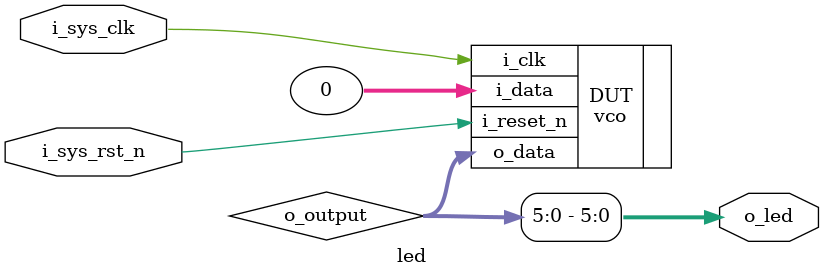
<source format=v>
module led (
    input   wire            i_sys_clk,          // clk input
    input   wire            i_sys_rst_n,        // reset input
    output  wire     [5:0]   o_led    // 6 LEDS pin
);

// module vco(
//     input   wire    [0:0]   i_clk,
//     input   wire    [0:0]   i_reset_n,
//     input   wire    [7:0]   i_data,
//     output  reg     [7:0]   o_data
// );
wire [7:0] o_output;
vco DUT(
    .i_clk(i_sys_clk),
    .i_reset_n(i_sys_rst_n),
    .i_data('h00),  // Example input data, modify as needed
    .o_data(o_output)   // Connect output to LED pins
);
assign o_led = o_output[5:0]; // Assign the first 6 bits to the LED output    

endmodule

</source>
